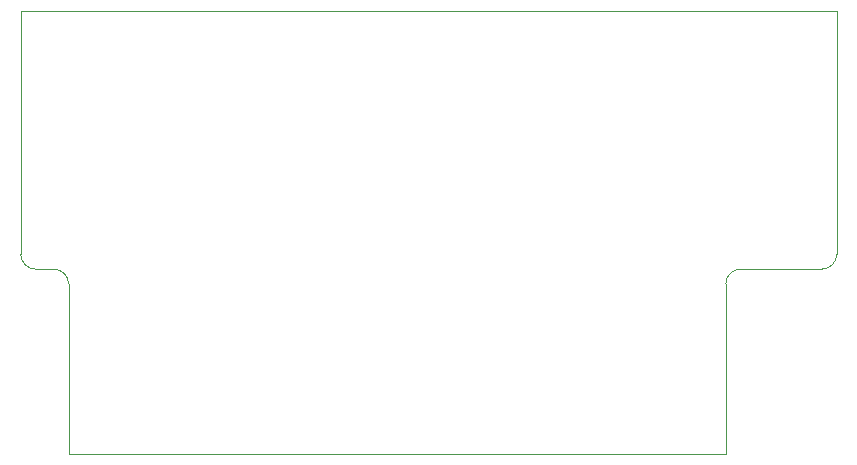
<source format=gbr>
%TF.GenerationSoftware,KiCad,Pcbnew,(5.1.6)-1*%
%TF.CreationDate,2022-09-15T12:09:31-04:00*%
%TF.ProjectId,Amiga-2000-ATX,416d6967-612d-4323-9030-302d4154582e,rev?*%
%TF.SameCoordinates,Original*%
%TF.FileFunction,Profile,NP*%
%FSLAX46Y46*%
G04 Gerber Fmt 4.6, Leading zero omitted, Abs format (unit mm)*
G04 Created by KiCad (PCBNEW (5.1.6)-1) date 2022-09-15 12:09:31*
%MOMM*%
%LPD*%
G01*
G04 APERTURE LIST*
%TA.AperFunction,Profile*%
%ADD10C,0.050000*%
%TD*%
G04 APERTURE END LIST*
D10*
X188976000Y-62611000D02*
G75*
G02*
X187706000Y-63881000I-1270000J0D01*
G01*
X121158000Y-63881000D02*
G75*
G02*
X119888000Y-62611000I0J1270000D01*
G01*
X119888000Y-42037000D02*
X124968000Y-42037000D01*
X119888000Y-62611000D02*
X119888000Y-42037000D01*
X122682000Y-63881000D02*
X121158000Y-63881000D01*
X188976000Y-42037000D02*
X124968000Y-42037000D01*
X188976000Y-62611000D02*
X188976000Y-42037000D01*
X180848000Y-63881000D02*
X187706000Y-63881000D01*
X179578000Y-69088000D02*
X179578000Y-65151000D01*
X123952000Y-65151000D02*
X123952000Y-69088000D01*
X122682000Y-63881000D02*
G75*
G02*
X123952000Y-65151000I0J-1270000D01*
G01*
X179578000Y-65151000D02*
G75*
G02*
X180848000Y-63881000I1270000J0D01*
G01*
X123952000Y-79502000D02*
X123952000Y-69088000D01*
X179578000Y-79502000D02*
X179578000Y-69088000D01*
X123952000Y-79502000D02*
X179578000Y-79502000D01*
M02*

</source>
